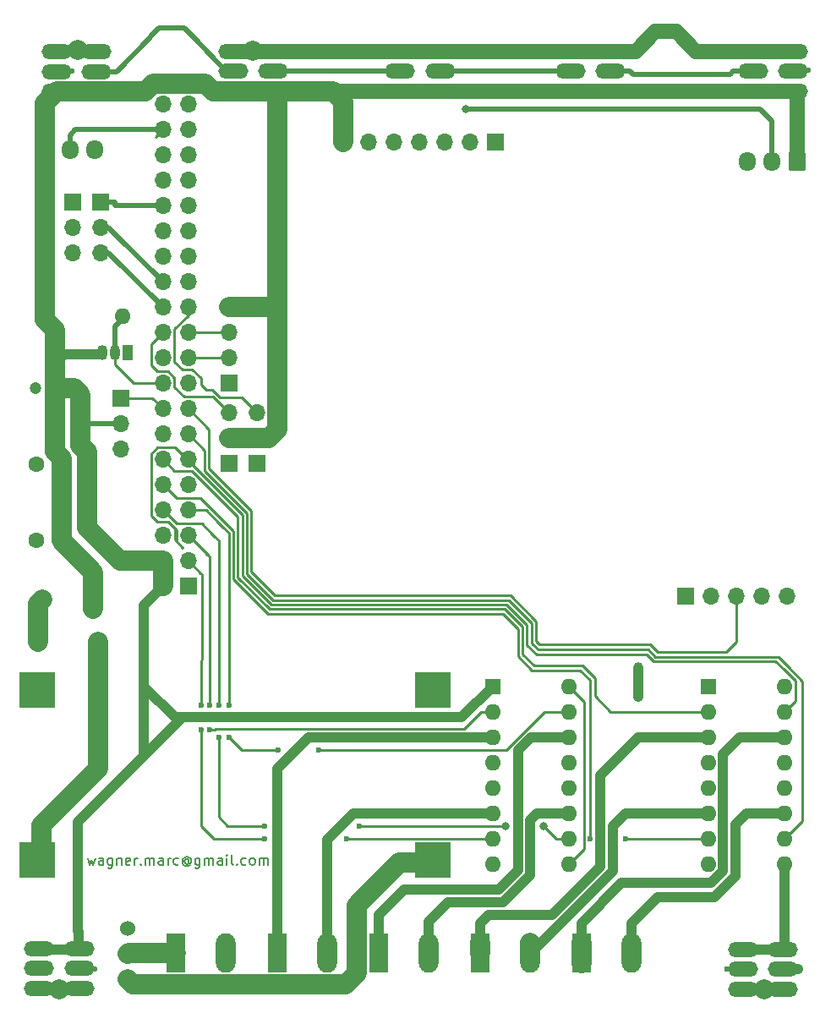
<source format=gbr>
G04 #@! TF.GenerationSoftware,KiCad,Pcbnew,5.1.5+dfsg1-2build2*
G04 #@! TF.CreationDate,2020-06-26T22:01:47+02:00*
G04 #@! TF.ProjectId,robo-car,726f626f-2d63-4617-922e-6b696361645f,rev?*
G04 #@! TF.SameCoordinates,Original*
G04 #@! TF.FileFunction,Copper,L1,Top*
G04 #@! TF.FilePolarity,Positive*
%FSLAX46Y46*%
G04 Gerber Fmt 4.6, Leading zero omitted, Abs format (unit mm)*
G04 Created by KiCad (PCBNEW 5.1.5+dfsg1-2build2) date 2020-06-26 22:01:47*
%MOMM*%
%LPD*%
G04 APERTURE LIST*
%ADD10C,0.200000*%
%ADD11O,1.980000X3.960000*%
%ADD12R,1.980000X3.960000*%
%ADD13R,3.524000X3.524000*%
%ADD14R,1.700000X1.700000*%
%ADD15O,1.700000X1.700000*%
%ADD16R,1.600000X1.600000*%
%ADD17C,1.600000*%
%ADD18R,1.200000X1.200000*%
%ADD19C,1.200000*%
%ADD20O,1.600000X1.600000*%
%ADD21O,3.000000X1.500000*%
%ADD22O,1.050000X1.500000*%
%ADD23R,1.050000X1.500000*%
%ADD24C,1.700000*%
%ADD25C,1.500000*%
%ADD26C,1.524000*%
%ADD27C,0.100000*%
%ADD28O,1.700000X1.950000*%
%ADD29C,0.600000*%
%ADD30C,0.800000*%
%ADD31C,1.000000*%
%ADD32C,2.000000*%
%ADD33C,2.000000*%
%ADD34C,1.000000*%
%ADD35C,0.250000*%
%ADD36C,0.500000*%
%ADD37C,1.500000*%
G04 APERTURE END LIST*
D10*
X7692571Y-83859714D02*
X7883047Y-84526380D01*
X8073523Y-84050190D01*
X8264000Y-84526380D01*
X8454476Y-83859714D01*
X9264000Y-84526380D02*
X9264000Y-84002571D01*
X9216380Y-83907333D01*
X9121142Y-83859714D01*
X8930666Y-83859714D01*
X8835428Y-83907333D01*
X9264000Y-84478761D02*
X9168761Y-84526380D01*
X8930666Y-84526380D01*
X8835428Y-84478761D01*
X8787809Y-84383523D01*
X8787809Y-84288285D01*
X8835428Y-84193047D01*
X8930666Y-84145428D01*
X9168761Y-84145428D01*
X9264000Y-84097809D01*
X10168761Y-83859714D02*
X10168761Y-84669238D01*
X10121142Y-84764476D01*
X10073523Y-84812095D01*
X9978285Y-84859714D01*
X9835428Y-84859714D01*
X9740190Y-84812095D01*
X10168761Y-84478761D02*
X10073523Y-84526380D01*
X9883047Y-84526380D01*
X9787809Y-84478761D01*
X9740190Y-84431142D01*
X9692571Y-84335904D01*
X9692571Y-84050190D01*
X9740190Y-83954952D01*
X9787809Y-83907333D01*
X9883047Y-83859714D01*
X10073523Y-83859714D01*
X10168761Y-83907333D01*
X10644952Y-83859714D02*
X10644952Y-84526380D01*
X10644952Y-83954952D02*
X10692571Y-83907333D01*
X10787809Y-83859714D01*
X10930666Y-83859714D01*
X11025904Y-83907333D01*
X11073523Y-84002571D01*
X11073523Y-84526380D01*
X11930666Y-84478761D02*
X11835428Y-84526380D01*
X11644952Y-84526380D01*
X11549714Y-84478761D01*
X11502095Y-84383523D01*
X11502095Y-84002571D01*
X11549714Y-83907333D01*
X11644952Y-83859714D01*
X11835428Y-83859714D01*
X11930666Y-83907333D01*
X11978285Y-84002571D01*
X11978285Y-84097809D01*
X11502095Y-84193047D01*
X12406857Y-84526380D02*
X12406857Y-83859714D01*
X12406857Y-84050190D02*
X12454476Y-83954952D01*
X12502095Y-83907333D01*
X12597333Y-83859714D01*
X12692571Y-83859714D01*
X13025904Y-84431142D02*
X13073523Y-84478761D01*
X13025904Y-84526380D01*
X12978285Y-84478761D01*
X13025904Y-84431142D01*
X13025904Y-84526380D01*
X13502095Y-84526380D02*
X13502095Y-83859714D01*
X13502095Y-83954952D02*
X13549714Y-83907333D01*
X13644952Y-83859714D01*
X13787809Y-83859714D01*
X13883047Y-83907333D01*
X13930666Y-84002571D01*
X13930666Y-84526380D01*
X13930666Y-84002571D02*
X13978285Y-83907333D01*
X14073523Y-83859714D01*
X14216380Y-83859714D01*
X14311619Y-83907333D01*
X14359238Y-84002571D01*
X14359238Y-84526380D01*
X15264000Y-84526380D02*
X15264000Y-84002571D01*
X15216380Y-83907333D01*
X15121142Y-83859714D01*
X14930666Y-83859714D01*
X14835428Y-83907333D01*
X15264000Y-84478761D02*
X15168761Y-84526380D01*
X14930666Y-84526380D01*
X14835428Y-84478761D01*
X14787809Y-84383523D01*
X14787809Y-84288285D01*
X14835428Y-84193047D01*
X14930666Y-84145428D01*
X15168761Y-84145428D01*
X15264000Y-84097809D01*
X15740190Y-84526380D02*
X15740190Y-83859714D01*
X15740190Y-84050190D02*
X15787809Y-83954952D01*
X15835428Y-83907333D01*
X15930666Y-83859714D01*
X16025904Y-83859714D01*
X16787809Y-84478761D02*
X16692571Y-84526380D01*
X16502095Y-84526380D01*
X16406857Y-84478761D01*
X16359238Y-84431142D01*
X16311619Y-84335904D01*
X16311619Y-84050190D01*
X16359238Y-83954952D01*
X16406857Y-83907333D01*
X16502095Y-83859714D01*
X16692571Y-83859714D01*
X16787809Y-83907333D01*
X17835428Y-84050190D02*
X17787809Y-84002571D01*
X17692571Y-83954952D01*
X17597333Y-83954952D01*
X17502095Y-84002571D01*
X17454476Y-84050190D01*
X17406857Y-84145428D01*
X17406857Y-84240666D01*
X17454476Y-84335904D01*
X17502095Y-84383523D01*
X17597333Y-84431142D01*
X17692571Y-84431142D01*
X17787809Y-84383523D01*
X17835428Y-84335904D01*
X17835428Y-83954952D02*
X17835428Y-84335904D01*
X17883047Y-84383523D01*
X17930666Y-84383523D01*
X18025904Y-84335904D01*
X18073523Y-84240666D01*
X18073523Y-84002571D01*
X17978285Y-83859714D01*
X17835428Y-83764476D01*
X17644952Y-83716857D01*
X17454476Y-83764476D01*
X17311619Y-83859714D01*
X17216380Y-84002571D01*
X17168761Y-84193047D01*
X17216380Y-84383523D01*
X17311619Y-84526380D01*
X17454476Y-84621619D01*
X17644952Y-84669238D01*
X17835428Y-84621619D01*
X17978285Y-84526380D01*
X18930666Y-83859714D02*
X18930666Y-84669238D01*
X18883047Y-84764476D01*
X18835428Y-84812095D01*
X18740190Y-84859714D01*
X18597333Y-84859714D01*
X18502095Y-84812095D01*
X18930666Y-84478761D02*
X18835428Y-84526380D01*
X18644952Y-84526380D01*
X18549714Y-84478761D01*
X18502095Y-84431142D01*
X18454476Y-84335904D01*
X18454476Y-84050190D01*
X18502095Y-83954952D01*
X18549714Y-83907333D01*
X18644952Y-83859714D01*
X18835428Y-83859714D01*
X18930666Y-83907333D01*
X19406857Y-84526380D02*
X19406857Y-83859714D01*
X19406857Y-83954952D02*
X19454476Y-83907333D01*
X19549714Y-83859714D01*
X19692571Y-83859714D01*
X19787809Y-83907333D01*
X19835428Y-84002571D01*
X19835428Y-84526380D01*
X19835428Y-84002571D02*
X19883047Y-83907333D01*
X19978285Y-83859714D01*
X20121142Y-83859714D01*
X20216380Y-83907333D01*
X20264000Y-84002571D01*
X20264000Y-84526380D01*
X21168761Y-84526380D02*
X21168761Y-84002571D01*
X21121142Y-83907333D01*
X21025904Y-83859714D01*
X20835428Y-83859714D01*
X20740190Y-83907333D01*
X21168761Y-84478761D02*
X21073523Y-84526380D01*
X20835428Y-84526380D01*
X20740190Y-84478761D01*
X20692571Y-84383523D01*
X20692571Y-84288285D01*
X20740190Y-84193047D01*
X20835428Y-84145428D01*
X21073523Y-84145428D01*
X21168761Y-84097809D01*
X21644952Y-84526380D02*
X21644952Y-83859714D01*
X21644952Y-83526380D02*
X21597333Y-83574000D01*
X21644952Y-83621619D01*
X21692571Y-83574000D01*
X21644952Y-83526380D01*
X21644952Y-83621619D01*
X22264000Y-84526380D02*
X22168761Y-84478761D01*
X22121142Y-84383523D01*
X22121142Y-83526380D01*
X22644952Y-84431142D02*
X22692571Y-84478761D01*
X22644952Y-84526380D01*
X22597333Y-84478761D01*
X22644952Y-84431142D01*
X22644952Y-84526380D01*
X23549714Y-84478761D02*
X23454476Y-84526380D01*
X23264000Y-84526380D01*
X23168761Y-84478761D01*
X23121142Y-84431142D01*
X23073523Y-84335904D01*
X23073523Y-84050190D01*
X23121142Y-83954952D01*
X23168761Y-83907333D01*
X23264000Y-83859714D01*
X23454476Y-83859714D01*
X23549714Y-83907333D01*
X24121142Y-84526380D02*
X24025904Y-84478761D01*
X23978285Y-84431142D01*
X23930666Y-84335904D01*
X23930666Y-84050190D01*
X23978285Y-83954952D01*
X24025904Y-83907333D01*
X24121142Y-83859714D01*
X24264000Y-83859714D01*
X24359238Y-83907333D01*
X24406857Y-83954952D01*
X24454476Y-84050190D01*
X24454476Y-84335904D01*
X24406857Y-84431142D01*
X24359238Y-84478761D01*
X24264000Y-84526380D01*
X24121142Y-84526380D01*
X24883047Y-84526380D02*
X24883047Y-83859714D01*
X24883047Y-83954952D02*
X24930666Y-83907333D01*
X25025904Y-83859714D01*
X25168761Y-83859714D01*
X25264000Y-83907333D01*
X25311619Y-84002571D01*
X25311619Y-84526380D01*
X25311619Y-84002571D02*
X25359238Y-83907333D01*
X25454476Y-83859714D01*
X25597333Y-83859714D01*
X25692571Y-83907333D01*
X25740190Y-84002571D01*
X25740190Y-84526380D01*
D11*
X62150000Y-93345000D03*
D12*
X57150000Y-93345000D03*
D13*
X42291000Y-84074000D03*
X42291000Y-67056000D03*
X2667000Y-67056000D03*
X2667000Y-84074000D03*
D14*
X17770000Y-56630000D03*
D15*
X15230000Y-56630000D03*
X17770000Y-54090000D03*
X15230000Y-54090000D03*
X17770000Y-51550000D03*
X15230000Y-51550000D03*
X17770000Y-49010000D03*
X15230000Y-49010000D03*
X17770000Y-46470000D03*
X15230000Y-46470000D03*
X17770000Y-43930000D03*
X15230000Y-43930000D03*
X17770000Y-41390000D03*
X15230000Y-41390000D03*
X17770000Y-38850000D03*
X15230000Y-38850000D03*
X17770000Y-36310000D03*
X15230000Y-36310000D03*
X17770000Y-33770000D03*
X15230000Y-33770000D03*
X17770000Y-31230000D03*
X15230000Y-31230000D03*
X17770000Y-28690000D03*
X15230000Y-28690000D03*
X17770000Y-26150000D03*
X15230000Y-26150000D03*
X17770000Y-23610000D03*
X15230000Y-23610000D03*
X17770000Y-21070000D03*
X15230000Y-21070000D03*
X17770000Y-18530000D03*
X15230000Y-18530000D03*
X17770000Y-15990000D03*
X15230000Y-15990000D03*
X17770000Y-13450000D03*
X15230000Y-13450000D03*
X17770000Y-10910000D03*
X15230000Y-10910000D03*
X17770000Y-8370000D03*
X15230000Y-8370000D03*
D16*
X5080000Y-44450000D03*
D17*
X2580000Y-44450000D03*
D18*
X4445000Y-36830000D03*
D19*
X2445000Y-36830000D03*
D16*
X5080000Y-52070000D03*
D17*
X2580000Y-52070000D03*
D12*
X46990000Y-93345000D03*
D11*
X51990000Y-93345000D03*
D12*
X36830000Y-93345000D03*
D11*
X41830000Y-93345000D03*
X31670000Y-93345000D03*
D12*
X26670000Y-93345000D03*
D14*
X24638000Y-44323000D03*
D15*
X24638000Y-41783000D03*
X24638000Y-39243000D03*
X21844000Y-39243000D03*
X21844000Y-41783000D03*
D14*
X21844000Y-44323000D03*
D15*
X21844000Y-28702000D03*
X21844000Y-31242000D03*
X21844000Y-33782000D03*
D14*
X21844000Y-36322000D03*
X11049000Y-37846000D03*
D15*
X11049000Y-40386000D03*
X11049000Y-42926000D03*
D14*
X67564000Y-57658000D03*
D15*
X70104000Y-57658000D03*
X72644000Y-57658000D03*
X75184000Y-57658000D03*
X77724000Y-57658000D03*
D12*
X16510000Y-93345000D03*
D11*
X21510000Y-93345000D03*
D20*
X11176000Y-29591000D03*
D17*
X3556000Y-29591000D03*
D20*
X77470000Y-66675000D03*
X69850000Y-84455000D03*
X77470000Y-69215000D03*
X69850000Y-81915000D03*
X77470000Y-71755000D03*
X69850000Y-79375000D03*
X77470000Y-74295000D03*
X69850000Y-76835000D03*
X77470000Y-76835000D03*
X69850000Y-74295000D03*
X77470000Y-79375000D03*
X69850000Y-71755000D03*
X77470000Y-81915000D03*
X69850000Y-69215000D03*
X77470000Y-84455000D03*
D16*
X69850000Y-66675000D03*
X48260000Y-66675000D03*
D20*
X55880000Y-84455000D03*
X48260000Y-69215000D03*
X55880000Y-81915000D03*
X48260000Y-71755000D03*
X55880000Y-79375000D03*
X48260000Y-74295000D03*
X55880000Y-76835000D03*
X48260000Y-76835000D03*
X55880000Y-74295000D03*
X48260000Y-79375000D03*
X55880000Y-71755000D03*
X48260000Y-81915000D03*
X55880000Y-69215000D03*
X48260000Y-84455000D03*
X55880000Y-66675000D03*
D21*
X4572000Y-3112000D03*
X4572000Y-5112000D03*
X4572000Y-7112000D03*
X8572000Y-3112000D03*
X8572000Y-5112000D03*
X8572000Y-7112000D03*
X26257000Y-7080000D03*
X26257000Y-5080000D03*
X26257000Y-3080000D03*
X22257000Y-7080000D03*
X22257000Y-5080000D03*
X22257000Y-3080000D03*
X39000000Y-3080000D03*
X39000000Y-5080000D03*
X39000000Y-7080000D03*
X43000000Y-3080000D03*
X43000000Y-5080000D03*
X43000000Y-7080000D03*
X60039000Y-7080000D03*
X60039000Y-5080000D03*
X60039000Y-3080000D03*
X56039000Y-7080000D03*
X56039000Y-5080000D03*
X56039000Y-3080000D03*
D22*
X10414000Y-33274000D03*
X9144000Y-33274000D03*
D23*
X11684000Y-33274000D03*
D24*
X2715000Y-62230000D03*
X8715000Y-62230000D03*
D25*
X8265000Y-58870000D03*
X3165000Y-57970000D03*
D26*
X11684000Y-90932000D03*
X11684000Y-93472000D03*
X11684000Y-96012000D03*
D14*
X48514000Y-12192000D03*
D15*
X45974000Y-12192000D03*
X43434000Y-12192000D03*
X40894000Y-12192000D03*
X38354000Y-12192000D03*
X35814000Y-12192000D03*
X33274000Y-12192000D03*
D21*
X78327000Y-7080000D03*
X78327000Y-5080000D03*
X78327000Y-3080000D03*
X74327000Y-7080000D03*
X74327000Y-5080000D03*
X74327000Y-3080000D03*
X77311000Y-96996000D03*
X77311000Y-94996000D03*
X77311000Y-92996000D03*
X73311000Y-96996000D03*
X73311000Y-94996000D03*
X73311000Y-92996000D03*
X2858000Y-92901000D03*
X2858000Y-94901000D03*
X2858000Y-96901000D03*
X6858000Y-92901000D03*
X6858000Y-94901000D03*
X6858000Y-96901000D03*
G04 #@! TA.AperFunction,ComponentPad*
D27*
G36*
X4053504Y-11980204D02*
G01*
X4077773Y-11983804D01*
X4101571Y-11989765D01*
X4124671Y-11998030D01*
X4146849Y-12008520D01*
X4167893Y-12021133D01*
X4187598Y-12035747D01*
X4205777Y-12052223D01*
X4222253Y-12070402D01*
X4236867Y-12090107D01*
X4249480Y-12111151D01*
X4259970Y-12133329D01*
X4268235Y-12156429D01*
X4274196Y-12180227D01*
X4277796Y-12204496D01*
X4279000Y-12229000D01*
X4279000Y-13679000D01*
X4277796Y-13703504D01*
X4274196Y-13727773D01*
X4268235Y-13751571D01*
X4259970Y-13774671D01*
X4249480Y-13796849D01*
X4236867Y-13817893D01*
X4222253Y-13837598D01*
X4205777Y-13855777D01*
X4187598Y-13872253D01*
X4167893Y-13886867D01*
X4146849Y-13899480D01*
X4124671Y-13909970D01*
X4101571Y-13918235D01*
X4077773Y-13924196D01*
X4053504Y-13927796D01*
X4029000Y-13929000D01*
X2829000Y-13929000D01*
X2804496Y-13927796D01*
X2780227Y-13924196D01*
X2756429Y-13918235D01*
X2733329Y-13909970D01*
X2711151Y-13899480D01*
X2690107Y-13886867D01*
X2670402Y-13872253D01*
X2652223Y-13855777D01*
X2635747Y-13837598D01*
X2621133Y-13817893D01*
X2608520Y-13796849D01*
X2598030Y-13774671D01*
X2589765Y-13751571D01*
X2583804Y-13727773D01*
X2580204Y-13703504D01*
X2579000Y-13679000D01*
X2579000Y-12229000D01*
X2580204Y-12204496D01*
X2583804Y-12180227D01*
X2589765Y-12156429D01*
X2598030Y-12133329D01*
X2608520Y-12111151D01*
X2621133Y-12090107D01*
X2635747Y-12070402D01*
X2652223Y-12052223D01*
X2670402Y-12035747D01*
X2690107Y-12021133D01*
X2711151Y-12008520D01*
X2733329Y-11998030D01*
X2756429Y-11989765D01*
X2780227Y-11983804D01*
X2804496Y-11980204D01*
X2829000Y-11979000D01*
X4029000Y-11979000D01*
X4053504Y-11980204D01*
G37*
G04 #@! TD.AperFunction*
D28*
X5929000Y-12954000D03*
X8429000Y-12954000D03*
X73740000Y-14097000D03*
X76240000Y-14097000D03*
G04 #@! TA.AperFunction,ComponentPad*
D27*
G36*
X79364504Y-13123204D02*
G01*
X79388773Y-13126804D01*
X79412571Y-13132765D01*
X79435671Y-13141030D01*
X79457849Y-13151520D01*
X79478893Y-13164133D01*
X79498598Y-13178747D01*
X79516777Y-13195223D01*
X79533253Y-13213402D01*
X79547867Y-13233107D01*
X79560480Y-13254151D01*
X79570970Y-13276329D01*
X79579235Y-13299429D01*
X79585196Y-13323227D01*
X79588796Y-13347496D01*
X79590000Y-13372000D01*
X79590000Y-14822000D01*
X79588796Y-14846504D01*
X79585196Y-14870773D01*
X79579235Y-14894571D01*
X79570970Y-14917671D01*
X79560480Y-14939849D01*
X79547867Y-14960893D01*
X79533253Y-14980598D01*
X79516777Y-14998777D01*
X79498598Y-15015253D01*
X79478893Y-15029867D01*
X79457849Y-15042480D01*
X79435671Y-15052970D01*
X79412571Y-15061235D01*
X79388773Y-15067196D01*
X79364504Y-15070796D01*
X79340000Y-15072000D01*
X78140000Y-15072000D01*
X78115496Y-15070796D01*
X78091227Y-15067196D01*
X78067429Y-15061235D01*
X78044329Y-15052970D01*
X78022151Y-15042480D01*
X78001107Y-15029867D01*
X77981402Y-15015253D01*
X77963223Y-14998777D01*
X77946747Y-14980598D01*
X77932133Y-14960893D01*
X77919520Y-14939849D01*
X77909030Y-14917671D01*
X77900765Y-14894571D01*
X77894804Y-14870773D01*
X77891204Y-14846504D01*
X77890000Y-14822000D01*
X77890000Y-13372000D01*
X77891204Y-13347496D01*
X77894804Y-13323227D01*
X77900765Y-13299429D01*
X77909030Y-13276329D01*
X77919520Y-13254151D01*
X77932133Y-13233107D01*
X77946747Y-13213402D01*
X77963223Y-13195223D01*
X77981402Y-13178747D01*
X78001107Y-13164133D01*
X78022151Y-13151520D01*
X78044329Y-13141030D01*
X78067429Y-13132765D01*
X78091227Y-13126804D01*
X78115496Y-13123204D01*
X78140000Y-13122000D01*
X79340000Y-13122000D01*
X79364504Y-13123204D01*
G37*
G04 #@! TD.AperFunction*
D14*
X9017000Y-18161000D03*
D15*
X9017000Y-20701000D03*
X9017000Y-23241000D03*
X3429000Y-23241000D03*
X3429000Y-20701000D03*
D14*
X3429000Y-18161000D03*
X6223000Y-18161000D03*
D15*
X6223000Y-20701000D03*
X6223000Y-23241000D03*
D29*
X19939000Y-68580000D03*
X19939000Y-70993000D03*
X6096000Y-5080000D03*
X21844000Y-71755000D03*
X21844000Y-68580000D03*
X26797000Y-73025000D03*
X30861000Y-73025000D03*
X61595000Y-81915000D03*
X58039000Y-81915000D03*
X25400000Y-81915000D03*
X19050000Y-68580000D03*
X19050000Y-70993000D03*
X33655000Y-81915000D03*
D30*
X49530000Y-80645000D03*
X53340000Y-80645000D03*
D29*
X34925000Y-80645000D03*
X25400000Y-80645000D03*
X20828000Y-71755000D03*
X20828000Y-68580000D03*
X79883000Y-4953000D03*
X78867000Y-94996000D03*
X71755000Y-94996000D03*
X8382000Y-94996000D03*
D31*
X62865000Y-64770000D03*
D32*
X24257000Y-3048000D03*
X75438000Y-97028000D03*
X6731000Y-2921000D03*
X4858000Y-96996000D03*
D31*
X62865000Y-67691000D03*
D30*
X45593000Y-8890000D03*
D33*
X8265000Y-55255000D02*
X5080000Y-52070000D01*
X8265000Y-58870000D02*
X8265000Y-55255000D01*
X5080000Y-52070000D02*
X5080000Y-44450000D01*
X15230000Y-54090000D02*
X15230000Y-56630000D01*
X5080000Y-44450000D02*
X5080000Y-43815000D01*
X4445000Y-43180000D02*
X4445000Y-36830000D01*
X5080000Y-43815000D02*
X4445000Y-43180000D01*
X12180000Y-54090000D02*
X15230000Y-54090000D01*
X7620000Y-50800000D02*
X10910000Y-54090000D01*
X6985000Y-42545000D02*
X7620000Y-43180000D01*
X10910000Y-54090000D02*
X12180000Y-54090000D01*
X6350000Y-36830000D02*
X6985000Y-37465000D01*
X4445000Y-36830000D02*
X6350000Y-36830000D01*
D34*
X48260000Y-66675000D02*
X45162999Y-69772001D01*
X16432001Y-69772001D02*
X13335000Y-66675000D01*
X13335000Y-58525000D02*
X15230000Y-56630000D01*
D35*
X55880000Y-66675000D02*
X57404000Y-68199000D01*
X57404000Y-82931000D02*
X55880000Y-84455000D01*
X57404000Y-68199000D02*
X57404000Y-82931000D01*
D36*
X7620000Y-48514000D02*
X8255000Y-49149000D01*
D33*
X7620000Y-43180000D02*
X7620000Y-48514000D01*
X7620000Y-48514000D02*
X7620000Y-50800000D01*
X6985000Y-37465000D02*
X6985000Y-38354000D01*
D34*
X13335000Y-66675000D02*
X13335000Y-59690000D01*
X13335000Y-59690000D02*
X13335000Y-58525000D01*
D36*
X13335000Y-58525000D02*
X13335000Y-58547000D01*
D33*
X6604000Y-37084000D02*
X6985000Y-37465000D01*
D34*
X5683000Y-6953000D02*
X4604000Y-6953000D01*
X77470000Y-92837000D02*
X77311000Y-92996000D01*
X77470000Y-84455000D02*
X77470000Y-92837000D01*
X77311000Y-92996000D02*
X73311000Y-92996000D01*
D33*
X6985000Y-40132000D02*
X6985000Y-42545000D01*
X6985000Y-38354000D02*
X6985000Y-40132000D01*
D36*
X7239000Y-40386000D02*
X6985000Y-40132000D01*
X11049000Y-40386000D02*
X7239000Y-40386000D01*
D34*
X2826000Y-92996000D02*
X6826000Y-92996000D01*
X6826000Y-91246000D02*
X6731000Y-91151000D01*
X6826000Y-92996000D02*
X6826000Y-91246000D01*
X6731000Y-91151000D02*
X6731000Y-80264000D01*
X13335000Y-73660000D02*
X13335000Y-66675000D01*
X6731000Y-80264000D02*
X13335000Y-73660000D01*
X17222999Y-69772001D02*
X13335000Y-73660000D01*
X18972001Y-69772001D02*
X17222999Y-69772001D01*
X45162999Y-69772001D02*
X18972001Y-69772001D01*
X18972001Y-69772001D02*
X16432001Y-69772001D01*
D33*
X29789000Y-7112000D02*
X32258000Y-7112000D01*
X26257000Y-7080000D02*
X29757000Y-7080000D01*
X29757000Y-7080000D02*
X29789000Y-7112000D01*
D37*
X32258000Y-7112000D02*
X78327000Y-7080000D01*
D33*
X32258000Y-7112000D02*
X33274000Y-8128000D01*
X33274000Y-8128000D02*
X33274000Y-12192000D01*
X19509271Y-6319999D02*
X20269272Y-7080000D01*
X14245999Y-6319999D02*
X19509271Y-6319999D01*
X13453998Y-7112000D02*
X14245999Y-6319999D01*
X20269272Y-7080000D02*
X22257000Y-7080000D01*
X8572000Y-7112000D02*
X13453998Y-7112000D01*
X8572000Y-7112000D02*
X4572000Y-7112000D01*
X3429000Y-24443081D02*
X3429000Y-23241000D01*
X3429000Y-29972000D02*
X3429000Y-24443081D01*
X4445000Y-30988000D02*
X3429000Y-29972000D01*
X4445000Y-32512000D02*
X4445000Y-30988000D01*
X3429000Y-23241000D02*
X3429000Y-18161000D01*
X3429000Y-18161000D02*
X3429000Y-12319000D01*
X3429000Y-8255000D02*
X4572000Y-7112000D01*
X3429000Y-12319000D02*
X3429000Y-8255000D01*
D37*
X78740000Y-7493000D02*
X78327000Y-7080000D01*
X78740000Y-14097000D02*
X78740000Y-7493000D01*
D34*
X5334000Y-33401000D02*
X4445000Y-34290000D01*
X9144000Y-33401000D02*
X5334000Y-33401000D01*
D33*
X4445000Y-34290000D02*
X4445000Y-32512000D01*
X4445000Y-36830000D02*
X4445000Y-34290000D01*
X21844000Y-28702000D02*
X26416000Y-28702000D01*
X24638000Y-41783000D02*
X21844000Y-41783000D01*
X22257000Y-7080000D02*
X26257000Y-7080000D01*
X26688001Y-7511001D02*
X26257000Y-7080000D01*
X26688001Y-40935080D02*
X26688001Y-7511001D01*
X25840081Y-41783000D02*
X26688001Y-40935080D01*
X24638000Y-41783000D02*
X25840081Y-41783000D01*
D34*
X72550011Y-85672061D02*
X72550011Y-80484989D01*
X70477072Y-87745000D02*
X72550011Y-85672061D01*
X64770000Y-87745000D02*
X70477072Y-87745000D01*
X62150000Y-90365000D02*
X64770000Y-87745000D01*
X62150000Y-93345000D02*
X62150000Y-90365000D01*
X72550011Y-80484989D02*
X73660000Y-79375000D01*
X73660000Y-79375000D02*
X77470000Y-79375000D01*
D33*
X57150000Y-93345000D02*
X57150000Y-94335000D01*
X57150000Y-93345000D02*
X57150000Y-92355000D01*
D34*
X73025000Y-71755000D02*
X77470000Y-71755000D01*
X71350001Y-85175001D02*
X71350001Y-73429999D01*
X70165002Y-86360000D02*
X71350001Y-85175001D01*
X71350001Y-73429999D02*
X73025000Y-71755000D01*
X61155000Y-86360000D02*
X70165002Y-86360000D01*
X57150000Y-90365000D02*
X61155000Y-86360000D01*
X57150000Y-93345000D02*
X57150000Y-90365000D01*
D33*
X46990000Y-92355000D02*
X46990000Y-93345000D01*
D34*
X46990000Y-90365000D02*
X46990000Y-93345000D01*
X47820000Y-89535000D02*
X46990000Y-90365000D01*
X52385002Y-89535000D02*
X47820000Y-89535000D01*
X54229000Y-89535000D02*
X47820000Y-89535000D01*
X59055000Y-84709000D02*
X54229000Y-89535000D01*
X59055000Y-75565000D02*
X59055000Y-84709000D01*
X62865000Y-71755000D02*
X59055000Y-75565000D01*
X69850000Y-71755000D02*
X62865000Y-71755000D01*
D33*
X51990000Y-93345000D02*
X51990000Y-92355000D01*
D34*
X61595000Y-79375000D02*
X69850000Y-79375000D01*
X60325000Y-80645000D02*
X61595000Y-79375000D01*
X60325000Y-85136070D02*
X60325000Y-80645000D01*
X52116070Y-93345000D02*
X60325000Y-85136070D01*
X51990000Y-93345000D02*
X52116070Y-93345000D01*
X50800000Y-73025000D02*
X50800000Y-85090000D01*
X50800000Y-85090000D02*
X48895000Y-86995000D01*
X48895000Y-86995000D02*
X39370000Y-86995000D01*
X39370000Y-86995000D02*
X36830000Y-89535000D01*
X36830000Y-89535000D02*
X36830000Y-93345000D01*
X52070000Y-71755000D02*
X55880000Y-71755000D01*
X50800000Y-73025000D02*
X52070000Y-71755000D01*
X43815000Y-88265000D02*
X41830000Y-90250000D01*
X49322070Y-88265000D02*
X43815000Y-88265000D01*
X52000009Y-85587061D02*
X49322070Y-88265000D01*
X52000010Y-80079990D02*
X52000009Y-85587061D01*
X41830000Y-90250000D02*
X41830000Y-93345000D01*
X52705000Y-79375000D02*
X55880000Y-79375000D01*
X52000010Y-80079990D02*
X52705000Y-79375000D01*
X31670000Y-81995000D02*
X31670000Y-93345000D01*
X34290000Y-79375000D02*
X48260000Y-79375000D01*
X31670000Y-81995000D02*
X34290000Y-79375000D01*
X26670000Y-81915000D02*
X26670000Y-93345000D01*
X26670000Y-74930000D02*
X26670000Y-81915000D01*
X29845000Y-71755000D02*
X26670000Y-74930000D01*
X48260000Y-71755000D02*
X29845000Y-71755000D01*
D35*
X79248000Y-66151588D02*
X79248000Y-80137000D01*
X79248000Y-80137000D02*
X77470000Y-81915000D01*
X77851000Y-64643000D02*
X79248000Y-66151588D01*
X77612412Y-64516000D02*
X77851000Y-64643000D01*
X52150027Y-60330218D02*
X50119772Y-58299963D01*
X19413911Y-45102089D02*
X19413911Y-43033911D01*
X76904010Y-63696010D02*
X64573990Y-63696010D01*
X77851000Y-64643000D02*
X76904010Y-63696010D01*
X63879590Y-62992000D02*
X52830590Y-62992000D01*
X64573990Y-63686400D02*
X63879590Y-62992000D01*
X52830590Y-62992000D02*
X52197000Y-62358410D01*
X19413911Y-43033911D02*
X17770000Y-41390000D01*
X64573990Y-63696010D02*
X64573990Y-63686400D01*
X52150027Y-60330220D02*
X52150027Y-62311437D01*
X52150027Y-60330218D02*
X52150027Y-60330220D01*
X22860000Y-48548178D02*
X22906411Y-48594589D01*
X49856159Y-58036352D02*
X44574352Y-58036352D01*
X50119772Y-58299963D02*
X49856159Y-58036352D01*
X19450907Y-45102089D02*
X23644037Y-49295219D01*
X19413911Y-45102089D02*
X19450907Y-45102089D01*
X23644037Y-49295219D02*
X23644037Y-55389807D01*
X26290581Y-58036351D02*
X49530000Y-58036351D01*
X23644037Y-55389807D02*
X26290581Y-58036351D01*
X17770000Y-44094588D02*
X22352000Y-48676588D01*
X17770000Y-43930000D02*
X17770000Y-44094588D01*
X22352000Y-48676588D02*
X22358215Y-48682803D01*
X78595001Y-68089999D02*
X77470000Y-69215000D01*
X78595001Y-66134999D02*
X78595001Y-68089999D01*
X77484002Y-65024000D02*
X78595001Y-66134999D01*
X76592020Y-64146020D02*
X77470000Y-65024000D01*
X77470000Y-65024000D02*
X77484002Y-65024000D01*
X64196179Y-63944999D02*
X64123980Y-63872800D01*
X64196179Y-63954609D02*
X64196179Y-63944999D01*
X64387590Y-64146020D02*
X64196179Y-63954609D01*
X76592020Y-64146020D02*
X64387590Y-64146020D01*
X16594999Y-52114001D02*
X17245608Y-52764610D01*
X16594999Y-51011409D02*
X16594999Y-52114001D01*
X15768591Y-50185001D02*
X16594999Y-51011409D01*
X63693190Y-63442010D02*
X64196179Y-63944999D01*
X51700018Y-60516619D02*
X51700019Y-62497839D01*
X49933370Y-58749971D02*
X51700018Y-60516619D01*
X26104181Y-58486361D02*
X49669759Y-58486361D01*
X17245608Y-52764610D02*
X16408598Y-51927600D01*
X16408598Y-51927600D02*
X16408598Y-50825008D01*
X51700019Y-62497839D02*
X52644190Y-63442010D01*
X16430411Y-42754999D02*
X22792400Y-49116988D01*
X15768591Y-50185001D02*
X14665999Y-50185001D01*
X14665999Y-50185001D02*
X14054999Y-49574001D01*
X49669759Y-58486361D02*
X49933370Y-58749971D01*
X14054999Y-49574001D02*
X14054999Y-43365999D01*
X14054999Y-43365999D02*
X14665999Y-42754999D01*
X14665999Y-42754999D02*
X16430411Y-42754999D01*
X22792400Y-49116988D02*
X22829398Y-49116988D01*
X52644190Y-63442010D02*
X63693190Y-63442010D01*
X16408598Y-50825008D02*
X15768591Y-50185001D01*
X22829398Y-49116988D02*
X23194028Y-49481618D01*
X23194028Y-49481618D02*
X23194029Y-55576209D01*
X23194029Y-55576209D02*
X26104181Y-58486361D01*
X18796000Y-52578000D02*
X19685000Y-53465000D01*
X17770000Y-51550000D02*
X18796000Y-52578000D01*
X20447000Y-70993000D02*
X19939000Y-70993000D01*
X20510010Y-70929990D02*
X20447000Y-70993000D01*
X45413640Y-70929990D02*
X20510010Y-70929990D01*
X47128630Y-69215000D02*
X45413640Y-70929990D01*
X48260000Y-69215000D02*
X47128630Y-69215000D01*
X19939000Y-53721000D02*
X19812000Y-53594000D01*
X19812000Y-53594000D02*
X18796000Y-52578000D01*
X19939000Y-68580000D02*
X19939000Y-53721000D01*
X17770000Y-29490998D02*
X17770000Y-28690000D01*
X16405001Y-30855997D02*
X17770000Y-29490998D01*
X16405001Y-34144003D02*
X16405001Y-30855997D01*
X19050000Y-35812590D02*
X18182411Y-34945001D01*
X19050000Y-36449000D02*
X19050000Y-35812590D01*
X20194410Y-36957000D02*
X19558000Y-36957000D01*
X20956410Y-37719000D02*
X20194410Y-36957000D01*
X17205999Y-34945001D02*
X16405001Y-34144003D01*
X19558000Y-36957000D02*
X19050000Y-36449000D01*
X23114000Y-37719000D02*
X20956410Y-37719000D01*
X18182411Y-34945001D02*
X17205999Y-34945001D01*
X23114000Y-37719000D02*
X24638000Y-39243000D01*
X15794001Y-35134999D02*
X16405001Y-35745999D01*
X14665999Y-35134999D02*
X15794001Y-35134999D01*
X14054999Y-34523999D02*
X14665999Y-35134999D01*
X14054999Y-32405001D02*
X14054999Y-34523999D01*
X15230000Y-31230000D02*
X14054999Y-32405001D01*
X20994001Y-38393001D02*
X21844000Y-39243000D01*
X20275999Y-37674999D02*
X20994001Y-38393001D01*
X17395997Y-37674999D02*
X20275999Y-37674999D01*
X16405001Y-36684003D02*
X17395997Y-37674999D01*
X16405001Y-35745999D02*
X16405001Y-36684003D01*
X10414000Y-34020000D02*
X10414000Y-33020000D01*
X10414000Y-34401000D02*
X10414000Y-33401000D01*
X12323000Y-36310000D02*
X10414000Y-34401000D01*
X15230000Y-36310000D02*
X12323000Y-36310000D01*
D36*
X10414000Y-30607000D02*
X11176000Y-29845000D01*
X10414000Y-33401000D02*
X10414000Y-30607000D01*
D35*
X52600037Y-60143820D02*
X52425609Y-59969392D01*
X52600037Y-62125037D02*
X52600037Y-60143820D01*
X64008000Y-62484000D02*
X52959000Y-62484000D01*
X64770000Y-63246000D02*
X64008000Y-62484000D01*
X52425609Y-59969392D02*
X52425608Y-59969392D01*
X52959000Y-62484000D02*
X52600037Y-62125037D01*
X72644000Y-62230000D02*
X71628000Y-63246000D01*
X71628000Y-63246000D02*
X64770000Y-63246000D01*
X72644000Y-57658000D02*
X72644000Y-62230000D01*
X52600036Y-60143819D02*
X52425608Y-59969392D01*
X50042559Y-57586342D02*
X52425608Y-59969392D01*
X24094048Y-55203408D02*
X26476982Y-57586342D01*
X24094048Y-51477684D02*
X24094048Y-55203408D01*
X24094046Y-49108818D02*
X24094048Y-51477684D01*
X19863921Y-44878693D02*
X24094046Y-49108818D01*
X26476982Y-57586342D02*
X50042559Y-57586342D01*
X19863921Y-40943921D02*
X19863921Y-44878693D01*
X17770000Y-38850000D02*
X19863921Y-40943921D01*
X6223000Y-4953000D02*
X4604000Y-4953000D01*
X17782000Y-33782000D02*
X17770000Y-33770000D01*
X21844000Y-33782000D02*
X17782000Y-33782000D01*
X21832000Y-31230000D02*
X21844000Y-31242000D01*
X17770000Y-31230000D02*
X21832000Y-31230000D01*
X14158990Y-37778990D02*
X11049000Y-37778990D01*
X15230000Y-38850000D02*
X14158990Y-37778990D01*
D36*
X9017000Y-23241000D02*
X9652000Y-23241000D01*
X9781000Y-23241000D02*
X9017000Y-23241000D01*
X15230000Y-28690000D02*
X9781000Y-23241000D01*
D35*
X53443260Y-69215000D02*
X49633260Y-73025000D01*
X55880000Y-69215000D02*
X53443260Y-69215000D01*
X19546000Y-49010000D02*
X17770000Y-49010000D01*
X20955001Y-50419001D02*
X20891500Y-50355500D01*
X20891500Y-50355500D02*
X19546000Y-49010000D01*
X20955000Y-50419000D02*
X20891500Y-50355500D01*
X23114000Y-73025000D02*
X26797000Y-73025000D01*
X21844000Y-71755000D02*
X23114000Y-73025000D01*
X21844000Y-68580000D02*
X21844000Y-62484000D01*
X21844000Y-62484000D02*
X21844000Y-60706000D01*
X21844000Y-60706000D02*
X21844000Y-60579000D01*
X21844000Y-51308000D02*
X21209000Y-50673000D01*
X21209000Y-50673000D02*
X20891500Y-50355500D01*
X21844000Y-60706000D02*
X21844000Y-51308000D01*
X49633260Y-73025000D02*
X32131000Y-73025000D01*
X32131000Y-73025000D02*
X30861000Y-73025000D01*
X69850000Y-69215000D02*
X60071000Y-69215000D01*
X60071000Y-69215000D02*
X58489010Y-67633010D01*
X58489010Y-67633010D02*
X58489009Y-65855009D01*
X58489009Y-65855009D02*
X57230029Y-64596029D01*
X57230029Y-64596029D02*
X52399798Y-64596028D01*
X52399798Y-64596028D02*
X51250009Y-63446239D01*
X51250009Y-63446239D02*
X51250009Y-60703020D01*
X25917781Y-58936371D02*
X49483359Y-58936371D01*
X22744019Y-55762609D02*
X25917781Y-58936371D01*
X22744019Y-49668019D02*
X22744019Y-55762609D01*
X49483359Y-58936371D02*
X49946994Y-59400006D01*
X22642998Y-49566998D02*
X22744019Y-49668019D01*
X22606000Y-49566998D02*
X22642998Y-49566998D01*
X16405001Y-45105001D02*
X18144003Y-45105001D01*
X15230000Y-43930000D02*
X16405001Y-45105001D01*
X18144003Y-45105001D02*
X22606000Y-49566998D01*
X49946994Y-59400006D02*
X49746969Y-59199980D01*
X51250009Y-60703020D02*
X49946994Y-59400006D01*
X69850000Y-81915000D02*
X61595000Y-81915000D01*
X61595000Y-81915000D02*
X61595000Y-81915000D01*
X58039000Y-66041410D02*
X58039000Y-81915000D01*
X15230000Y-46470000D02*
X16594999Y-47834999D01*
X16594999Y-47834999D02*
X19007409Y-47834999D01*
X50800000Y-60889421D02*
X50799999Y-63632639D01*
X22294009Y-51121599D02*
X22294009Y-55949009D01*
X52213397Y-65046037D02*
X57043628Y-65046038D01*
X49296960Y-59386381D02*
X50800000Y-60889421D01*
X19007409Y-47834999D02*
X22294009Y-51121599D01*
X50799999Y-63632639D02*
X52213397Y-65046037D01*
X57043628Y-65046038D02*
X58039000Y-66041410D01*
X34339619Y-59386381D02*
X25731381Y-59386381D01*
X34212619Y-59386381D02*
X34339619Y-59386381D01*
X34339619Y-59386381D02*
X49296960Y-59386381D01*
X22294010Y-55949010D02*
X22294010Y-55822009D01*
X25731381Y-59386381D02*
X22294010Y-55949010D01*
D36*
X33655000Y-81915000D02*
X33655000Y-81915000D01*
X33655000Y-81915000D02*
X33655000Y-81915000D01*
X33655000Y-81915000D02*
X33655000Y-81915000D01*
D35*
X48260000Y-81915000D02*
X33655000Y-81915000D01*
X25400000Y-81915000D02*
X20320000Y-81915000D01*
X19050000Y-80645000D02*
X19050000Y-71120000D01*
X20320000Y-81915000D02*
X19050000Y-80645000D01*
X19050000Y-68155736D02*
X19050000Y-68580000D01*
X17770000Y-54090000D02*
X18987500Y-55307500D01*
X18987500Y-55307500D02*
X19050000Y-55370000D01*
X19121010Y-55441010D02*
X18987500Y-55307500D01*
X19121010Y-64015626D02*
X19121010Y-55441010D01*
X19050000Y-64086636D02*
X19121010Y-64015626D01*
X19050000Y-68580000D02*
X19050000Y-64086636D01*
X49530000Y-80645000D02*
X34925000Y-80645000D01*
X34925000Y-80645000D02*
X34925000Y-80645000D01*
X34925000Y-80645000D02*
X34925000Y-80645000D01*
X15230000Y-49010000D02*
X15230000Y-48905000D01*
X53340000Y-80645000D02*
X54610000Y-81915000D01*
X54610000Y-81915000D02*
X55880000Y-81915000D01*
X16594999Y-50374999D02*
X19134999Y-50374999D01*
X15230000Y-49010000D02*
X16594999Y-50374999D01*
X20193000Y-51435000D02*
X20320000Y-51560000D01*
X19134999Y-50374999D02*
X20193000Y-51435000D01*
X20574000Y-51816000D02*
X20447000Y-51689000D01*
X20447000Y-51689000D02*
X20193000Y-51435000D01*
X21717000Y-80645000D02*
X25400000Y-80645000D01*
X20828000Y-79756000D02*
X21717000Y-80645000D01*
X20828000Y-71755000D02*
X20828000Y-79756000D01*
X20828000Y-52070000D02*
X20828000Y-68580000D01*
X20447000Y-51689000D02*
X20828000Y-52070000D01*
D36*
X14027919Y-18530000D02*
X14015919Y-18542000D01*
X15230000Y-18530000D02*
X14027919Y-18530000D01*
X14015919Y-18542000D02*
X10414000Y-18542000D01*
X10367000Y-18161000D02*
X9017000Y-18161000D01*
X10414000Y-18208000D02*
X10367000Y-18161000D01*
X10414000Y-18542000D02*
X10414000Y-18208000D01*
D33*
X38910000Y-84328000D02*
X42672000Y-84328000D01*
X34639999Y-95408001D02*
X34639999Y-88598001D01*
X33522990Y-96525010D02*
X34639999Y-95408001D01*
X12197010Y-96525010D02*
X33522990Y-96525010D01*
X34639999Y-88598001D02*
X38910000Y-84328000D01*
X11684000Y-96012000D02*
X12197010Y-96525010D01*
D35*
X10033000Y-4953000D02*
X8604000Y-4953000D01*
D36*
X21507000Y-5080000D02*
X22257000Y-5080000D01*
X10572000Y-5112000D02*
X14035307Y-1648693D01*
X8572000Y-5112000D02*
X10572000Y-5112000D01*
X14035307Y-1648693D02*
X14035307Y-1585693D01*
X14035307Y-1585693D02*
X14859000Y-762000D01*
X17399000Y-762000D02*
X18415000Y-1778000D01*
X14859000Y-762000D02*
X17399000Y-762000D01*
X18415000Y-1778000D02*
X21507000Y-5080000D01*
X39000000Y-5080000D02*
X26257000Y-5080000D01*
X43000000Y-5080000D02*
X56039000Y-5080000D01*
D35*
X72644000Y-4953000D02*
X74327000Y-4953000D01*
D36*
X72327000Y-5080000D02*
X74327000Y-5080000D01*
X72055694Y-5351306D02*
X72327000Y-5080000D01*
X62310306Y-5351306D02*
X72055694Y-5351306D01*
X62039000Y-5080000D02*
X62310306Y-5351306D01*
X60039000Y-5080000D02*
X62039000Y-5080000D01*
X79883000Y-4953000D02*
X78327000Y-4953000D01*
D34*
X78867000Y-94996000D02*
X77311000Y-94996000D01*
D36*
X71755000Y-94996000D02*
X73311000Y-94996000D01*
X8382000Y-94996000D02*
X6826000Y-94996000D01*
D34*
X21510000Y-93345000D02*
X21510000Y-94335000D01*
D33*
X21510000Y-93345000D02*
X21510000Y-93475002D01*
D34*
X77311000Y-96996000D02*
X73311000Y-96996000D01*
X2826000Y-96996000D02*
X4858000Y-96996000D01*
X8604000Y-2953000D02*
X4604000Y-2953000D01*
X77279000Y-97028000D02*
X77311000Y-96996000D01*
X75438000Y-97028000D02*
X77279000Y-97028000D01*
X73343000Y-97028000D02*
X73311000Y-96996000D01*
X75438000Y-97028000D02*
X73343000Y-97028000D01*
X4858000Y-96996000D02*
X6826000Y-96996000D01*
D37*
X66644457Y-1112457D02*
X68612000Y-3080000D01*
X64546543Y-1112457D02*
X66644457Y-1112457D01*
X62579000Y-3080000D02*
X64546543Y-1112457D01*
X60039000Y-3080000D02*
X62579000Y-3080000D01*
X68612000Y-3080000D02*
X78327000Y-3080000D01*
X60039000Y-3080000D02*
X26257000Y-3080000D01*
X26257000Y-3080000D02*
X22257000Y-3080000D01*
D34*
X62865000Y-67691000D02*
X62865000Y-64971029D01*
D33*
X2715000Y-58420000D02*
X3165000Y-57970000D01*
X2715000Y-62230000D02*
X2715000Y-58420000D01*
X8715000Y-63432081D02*
X8715000Y-62230000D01*
X8715000Y-74899000D02*
X8715000Y-63432081D01*
X3048000Y-80566000D02*
X8715000Y-74899000D01*
X3048000Y-84328000D02*
X3048000Y-80566000D01*
X11811000Y-93345000D02*
X11684000Y-93472000D01*
X16510000Y-93345000D02*
X11811000Y-93345000D01*
D36*
X15230000Y-26150000D02*
X10289000Y-21209000D01*
X9017000Y-20701000D02*
X9779000Y-20701000D01*
X10287000Y-21209000D02*
X10289000Y-21209000D01*
X9779000Y-20701000D02*
X10287000Y-21209000D01*
D35*
X14478000Y-11684000D02*
X15230000Y-10910000D01*
D36*
X5929000Y-11479000D02*
X5929000Y-12954000D01*
X6498000Y-10910000D02*
X5929000Y-11479000D01*
X15230000Y-10910000D02*
X6498000Y-10910000D01*
X45593000Y-8890000D02*
X75057000Y-8890000D01*
X76240000Y-10073000D02*
X76240000Y-14097000D01*
X75057000Y-8890000D02*
X76240000Y-10073000D01*
M02*

</source>
